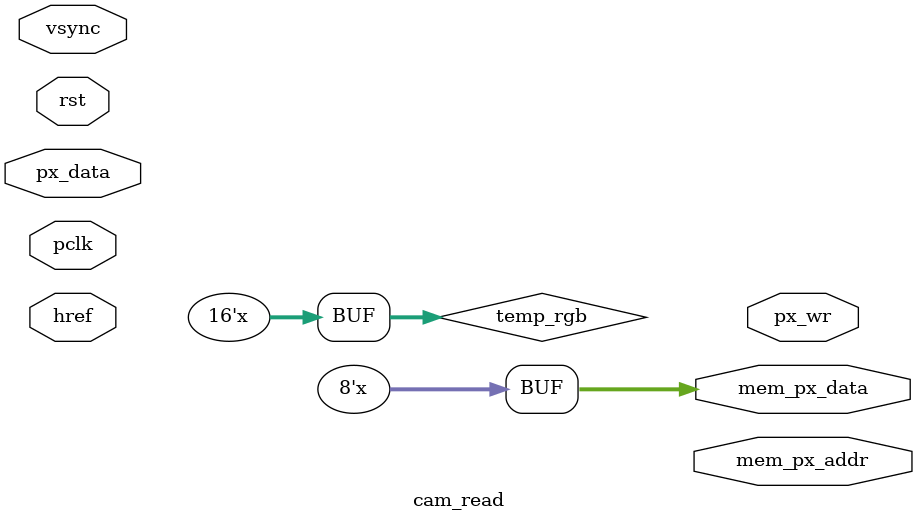
<source format=v>
`timescale 1ns / 1ps
module cam_read #(
		parameter AW = 15 // Cantidad de bits  de la direcci�n 
		)(
		input pclk,
		input rst,
		input vsync,
		input href,
		input [7:0] px_data,

		output reg [AW-1:0] mem_px_addr = -1 ,
		output reg[7:0]  mem_px_data,
		output reg px_wr );

	reg  [1:0] FSM_state = 0; //Dos estados =  00: WAIT_FRAME_START &  01: ROW_CAPTURE & 11 DATA_OUT_RANGE EN LA FILA & 10: DONE ha enviado la imagen de (160x120) pero sigue recibiendo porque la camara envia (480x260)
    reg pixel_half = 0; //indica 0:medio pixel y 1 :pixel completo 
	reg [AW:0] temp_rgb  ; //registro temporal para guardar pixel completo, asumiendo RGB555
	reg [10:0] widthimage = -1 ; // registro que lleva el conteo del ancho de pixeles enviados (en 160 debe dentenerse)
	reg [10:0] lengthimage = -1; // registro que lleva la cuenta de filas de pixeles enviadas (en 120 debe detenerse)

	localparam Maxwidthimage = 176;  // tamaño maximo del ancho de la imagen 
	localparam Maxlengthimage = 140;    // tamaño maximo en largo de la imagen
	localparam WAIT_FRAME_START = 0;
	localparam ROW_CAPTURE = 1;
	localparam DATA_OUT_RANGE = 3;
	localparam DONE =  2;
	initial begin
	mem_px_addr <= -1 ;
	end
	
	always @(pclk)
	begin 
	case(FSM_state)

	DONE:begin // ENVIE TODA LA IAMGEN(160x120) A LA MEMORIA , ESPERO HASATA OTRA IMAGEN
		FSM_state <= (vsync==0)? DONE : ROW_CAPTURE;
		px_wr <= 0;
 		mem_px_addr <= 0;
			lengthimage <= 0;
	end
	DATA_OUT_RANGE : begin //  href esta en alto pero ya tome los 176 pixeles , el resto no lo guardo en memoria
	 FSM_state <= (href==1)?  DATA_OUT_RANGE : WAIT_FRAME_START ;
	 widthimage <= 0 ;
	 px_wr <= 0;
	 
	end
	
	WAIT_FRAME_START: begin //wait for href, conteo de href 
	   FSM_state <= (href==0 || vsync == 1) ? WAIT_FRAME_START : ROW_CAPTURE;
	   px_wr <= 0 ;
	   	
	end
	/*Como aparece en el datasheet cuando vsync este bajo y href este alto , me estan enviando datos validos
	en los flancos de subida de (pclk) leo 1byte , cada dos flancos leo el pixel en RGB565, 
	*/
	ROW_CAPTURE: begin 
	   	FSM_state <= (vsync==0 && href==1)? ROW_CAPTURE : WAIT_FRAME_START;  
		if (pclk ==1) begin
		pixel_half <= ~ pixel_half;
			if (pixel_half == 0) begin
				temp_rgb [15:8] = px_data;
				px_wr <= 0;
			end else begin
			 	mem_px_addr <= mem_px_addr + 1;
				temp_rgb [7:0] = px_data;
				mem_px_data = {temp_rgb[15:13], temp_rgb[10:8],temp_rgb[4:3]}; //RGB565 a RGB332
				//mem_px_data <= 8'b11100000;
				px_wr <= 1;
				
				widthimage <= widthimage + 1 ;
						if (widthimage  == Maxwidthimage-1) begin
						FSM_state <= DATA_OUT_RANGE ;
						lengthimage <= lengthimage + 1 ;
							if(lengthimage == Maxlengthimage-1)begin
							FSM_state <= DONE;
								end	
						end 
						
					end
					
	   	end
	end		
	endcase
end
 



/********************************************************************************

Por favor colocar en este archivo el desarrollo realizado por el grupo para la 
captura de datos de la camara 

debe tener en cuenta el nombre de las entradas  y salidad propuestas 

********************************************************************************/

endmodule

/*****************************************************************
	OBJETIVO DE ESTE MÓDULO:
	-Transformar los datos de entrada de RGB565 a RGB332
	-Enviar los datos transformados a la dpram
	---> este módulo solo interactua entre la cámara y la dpram <---

	**Cada ciclo del reloj pclk se envía un byte (es el mismo xclk)
	**El reloj href se pone en ALTO durante el envío de la fila (640x2 pclk)
	**hsync mantiene una señal con frecuencia estable dentro de la cual está 
	cada fila, de forma que se puedan sincronizar
	**vsync se pone en alto al inicio del frame y al final del frame

******************************************************************/
</source>
